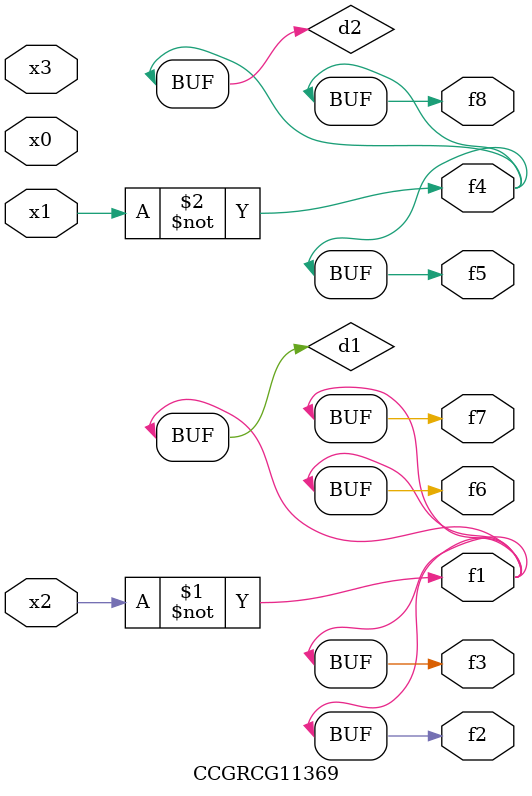
<source format=v>
module CCGRCG11369(
	input x0, x1, x2, x3,
	output f1, f2, f3, f4, f5, f6, f7, f8
);

	wire d1, d2;

	xnor (d1, x2);
	not (d2, x1);
	assign f1 = d1;
	assign f2 = d1;
	assign f3 = d1;
	assign f4 = d2;
	assign f5 = d2;
	assign f6 = d1;
	assign f7 = d1;
	assign f8 = d2;
endmodule

</source>
